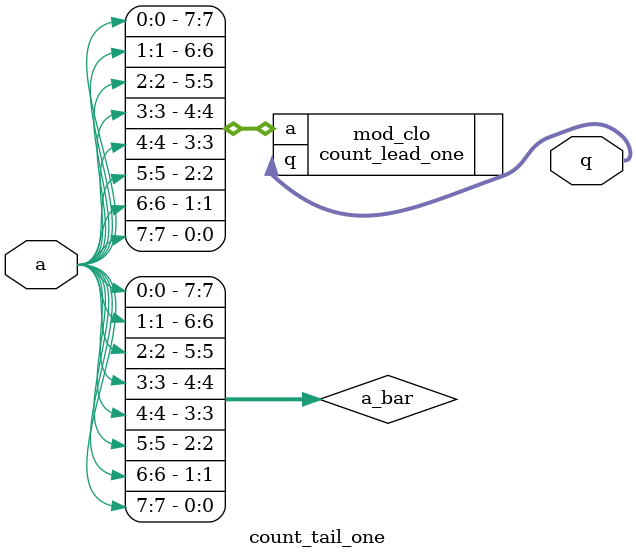
<source format=sv>
module count_tail_one #(
    parameter W_IN = 8,
    parameter W_OUT = 8
) (
    input logic  [W_IN-1:0] a,
    output logic [W_OUT-1:0] q
);

logic  [W_IN-1:0] a_bar;

// reverse input vector
for(genvar i=0; i<W_IN; i=i+1)
begin 
    assign a_bar[i] = a[W_IN-i-1];
end

count_lead_one #(W_IN, W_OUT) mod_clo (.a(a_bar), .q(q));

endmodule

</source>
